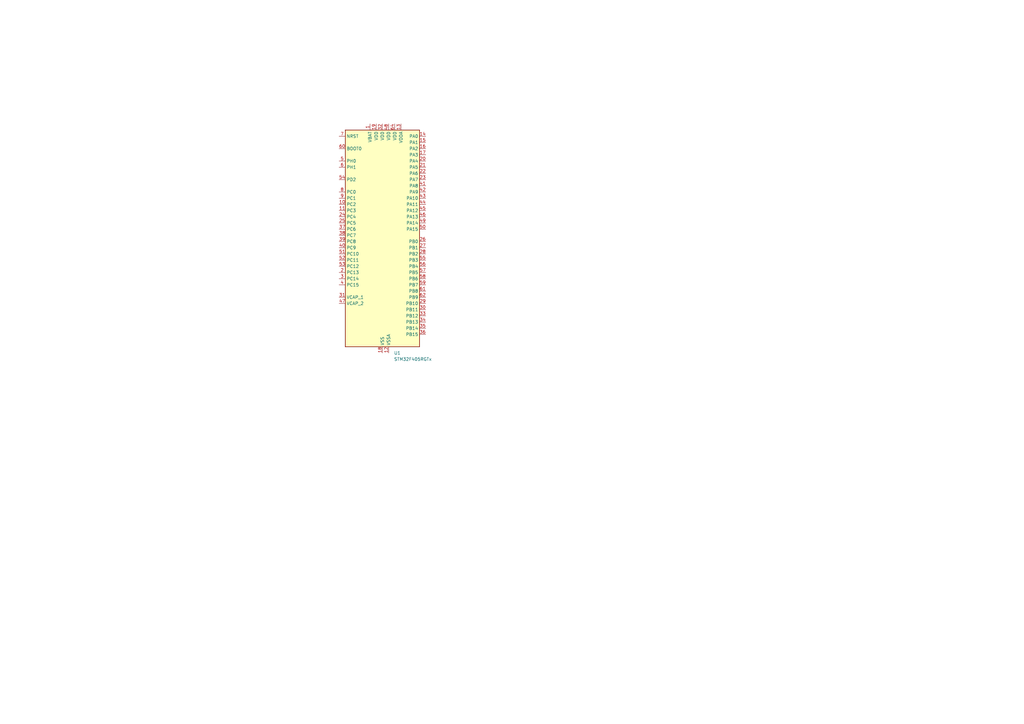
<source format=kicad_sch>
(kicad_sch (version 20230121) (generator eeschema)
  (paper "A3")
  (lib_symbols
    (symbol "MCU_ST_STM32F4:STM32F405RGTx"
      (property "Reference" "U" (at -15.24 46.99 0))
      (property "Value" "STM32F405RGTx" (at 10.16 46.99 0))
      (symbol "STM32F405RGTx_0_1"
        (rectangle (start -15.24 -43.18) (end 15.24 45.72) (stroke (width 0.254)) (fill (type background)))
      )
      (symbol "STM32F405RGTx_1_1"
        (pin power_in line (at -5.08 48.26 270) (length 2.54) (name "VBAT") (number "1"))
        (pin bidirectional line (at -17.78 15.24 0) (length 2.54) (name "PC2") (number "10"))
        (pin bidirectional line (at -17.78 12.7 0) (length 2.54) (name "PC3") (number "11"))
        (pin power_in line (at 2.54 -45.72 90) (length 2.54) (name "VSSA") (number "12"))
        (pin power_in line (at 7.62 48.26 270) (length 2.54) (name "VDDA") (number "13"))
        (pin bidirectional line (at 17.78 43.18 180) (length 2.54) (name "PA0") (number "14"))
        (pin bidirectional line (at 17.78 40.64 180) (length 2.54) (name "PA1") (number "15"))
        (pin bidirectional line (at 17.78 38.1 180) (length 2.54) (name "PA2") (number "16"))
        (pin bidirectional line (at 17.78 35.56 180) (length 2.54) (name "PA3") (number "17"))
        (pin power_in line (at 0 -45.72 90) (length 2.54) (name "VSS") (number "18"))
        (pin power_in line (at -2.54 48.26 270) (length 2.54) (name "VDD") (number "19"))
        (pin bidirectional line (at -17.78 -12.7 0) (length 2.54) (name "PC13") (number "2"))
        (pin bidirectional line (at 17.78 33.02 180) (length 2.54) (name "PA4") (number "20"))
        (pin bidirectional line (at 17.78 30.48 180) (length 2.54) (name "PA5") (number "21"))
        (pin bidirectional line (at 17.78 27.94 180) (length 2.54) (name "PA6") (number "22"))
        (pin bidirectional line (at 17.78 25.4 180) (length 2.54) (name "PA7") (number "23"))
        (pin bidirectional line (at -17.78 10.16 0) (length 2.54) (name "PC4") (number "24"))
        (pin bidirectional line (at -17.78 7.62 0) (length 2.54) (name "PC5") (number "25"))
        (pin bidirectional line (at 17.78 0 180) (length 2.54) (name "PB0") (number "26"))
        (pin bidirectional line (at 17.78 -2.54 180) (length 2.54) (name "PB1") (number "27"))
        (pin bidirectional line (at 17.78 -5.08 180) (length 2.54) (name "PB2") (number "28"))
        (pin bidirectional line (at 17.78 -25.4 180) (length 2.54) (name "PB10") (number "29"))
        (pin bidirectional line (at -17.78 -15.24 0) (length 2.54) (name "PC14") (number "3"))
        (pin bidirectional line (at 17.78 -27.94 180) (length 2.54) (name "PB11") (number "30"))
        (pin power_out line (at -17.78 -22.86 0) (length 2.54) (name "VCAP_1") (number "31"))
        (pin power_in line (at 0 48.26 270) (length 2.54) (name "VDD") (number "32"))
        (pin bidirectional line (at 17.78 -30.48 180) (length 2.54) (name "PB12") (number "33"))
        (pin bidirectional line (at 17.78 -33.02 180) (length 2.54) (name "PB13") (number "34"))
        (pin bidirectional line (at 17.78 -35.56 180) (length 2.54) (name "PB14") (number "35"))
        (pin bidirectional line (at 17.78 -38.1 180) (length 2.54) (name "PB15") (number "36"))
        (pin bidirectional line (at -17.78 5.08 0) (length 2.54) (name "PC6") (number "37"))
        (pin bidirectional line (at -17.78 2.54 0) (length 2.54) (name "PC7") (number "38"))
        (pin bidirectional line (at -17.78 0 0) (length 2.54) (name "PC8") (number "39"))
        (pin bidirectional line (at -17.78 -17.78 0) (length 2.54) (name "PC15") (number "4"))
        (pin bidirectional line (at -17.78 -2.54 0) (length 2.54) (name "PC9") (number "40"))
        (pin bidirectional line (at 17.78 22.86 180) (length 2.54) (name "PA8") (number "41"))
        (pin bidirectional line (at 17.78 20.32 180) (length 2.54) (name "PA9") (number "42"))
        (pin bidirectional line (at 17.78 17.78 180) (length 2.54) (name "PA10") (number "43"))
        (pin bidirectional line (at 17.78 15.24 180) (length 2.54) (name "PA11") (number "44"))
        (pin bidirectional line (at 17.78 12.7 180) (length 2.54) (name "PA12") (number "45"))
        (pin bidirectional line (at 17.78 10.16 180) (length 2.54) (name "PA13") (number "46"))
        (pin power_out line (at -17.78 -25.4 0) (length 2.54) (name "VCAP_2") (number "47"))
        (pin power_in line (at 2.54 48.26 270) (length 2.54) (name "VDD") (number "48"))
        (pin bidirectional line (at 17.78 7.62 180) (length 2.54) (name "PA14") (number "49"))
        (pin bidirectional line (at -17.78 33.02 0) (length 2.54) (name "PH0") (number "5"))
        (pin bidirectional line (at 17.78 5.08 180) (length 2.54) (name "PA15") (number "50"))
        (pin bidirectional line (at -17.78 -5.08 0) (length 2.54) (name "PC10") (number "51"))
        (pin bidirectional line (at -17.78 -7.62 0) (length 2.54) (name "PC11") (number "52"))
        (pin bidirectional line (at -17.78 -10.16 0) (length 2.54) (name "PC12") (number "53"))
        (pin bidirectional line (at -17.78 25.4 0) (length 2.54) (name "PD2") (number "54"))
        (pin bidirectional line (at 17.78 -7.62 180) (length 2.54) (name "PB3") (number "55"))
        (pin bidirectional line (at 17.78 -10.16 180) (length 2.54) (name "PB4") (number "56"))
        (pin bidirectional line (at 17.78 -12.7 180) (length 2.54) (name "PB5") (number "57"))
        (pin bidirectional line (at 17.78 -15.24 180) (length 2.54) (name "PB6") (number "58"))
        (pin bidirectional line (at 17.78 -17.78 180) (length 2.54) (name "PB7") (number "59"))
        (pin bidirectional line (at -17.78 30.48 0) (length 2.54) (name "PH1") (number "6"))
        (pin input line (at -17.78 38.1 0) (length 2.54) (name "BOOT0") (number "60"))
        (pin bidirectional line (at 17.78 -20.32 180) (length 2.54) (name "PB8") (number "61"))
        (pin bidirectional line (at 17.78 -22.86 180) (length 2.54) (name "PB9") (number "62"))
        (pin passive line (at 0 -45.72 90) (length 2.54) hide (name "VSS") (number "63"))
        (pin power_in line (at 5.08 48.26 270) (length 2.54) (name "VDD") (number "64"))
        (pin input line (at -17.78 43.18 0) (length 2.54) (name "NRST") (number "7"))
        (pin bidirectional line (at -17.78 20.32 0) (length 2.54) (name "PC0") (number "8"))
        (pin bidirectional line (at -17.78 17.78 0) (length 2.54) (name "PC1") (number "9"))
      )
    )
  )
  (symbol (lib_id "MCU_ST_STM32F4:STM32F405RGTx") (at 156.845 99.06 0) (unit 1)
    (property "Reference" "U1" (at 161.5791 144.78 0) (effects (justify left)))
    (property "Value" "STM32F405RGTx" (at 161.5791 147.32 0) (effects (justify left)))
    (property "Footprint" "Package_QFP:LQFP-64_10x10mm_P0.5mm" (effects hide))
    (property "Datasheet" "https://www.st.com/resource/en/datasheet/stm32f405rg.pdf" (effects hide))
  )
)
</source>
